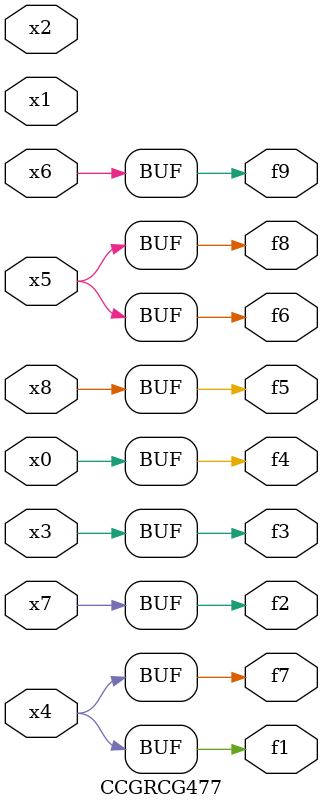
<source format=v>
module CCGRCG477(
	input x0, x1, x2, x3, x4, x5, x6, x7, x8,
	output f1, f2, f3, f4, f5, f6, f7, f8, f9
);
	assign f1 = x4;
	assign f2 = x7;
	assign f3 = x3;
	assign f4 = x0;
	assign f5 = x8;
	assign f6 = x5;
	assign f7 = x4;
	assign f8 = x5;
	assign f9 = x6;
endmodule

</source>
